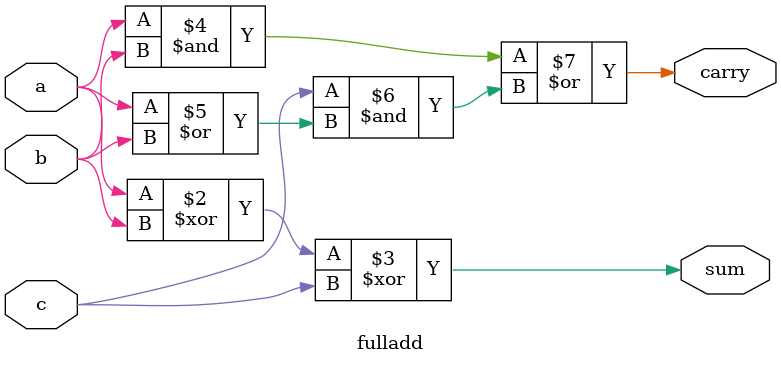
<source format=sv>

module fulladd(a,b,c,sum,carry);
input a,b,c;
output reg sum,carry;
always@(a,b,c)
begin	
	sum=a^b^c;
	carry=(a&b)|c&(a|b);
end
endmodule



</source>
